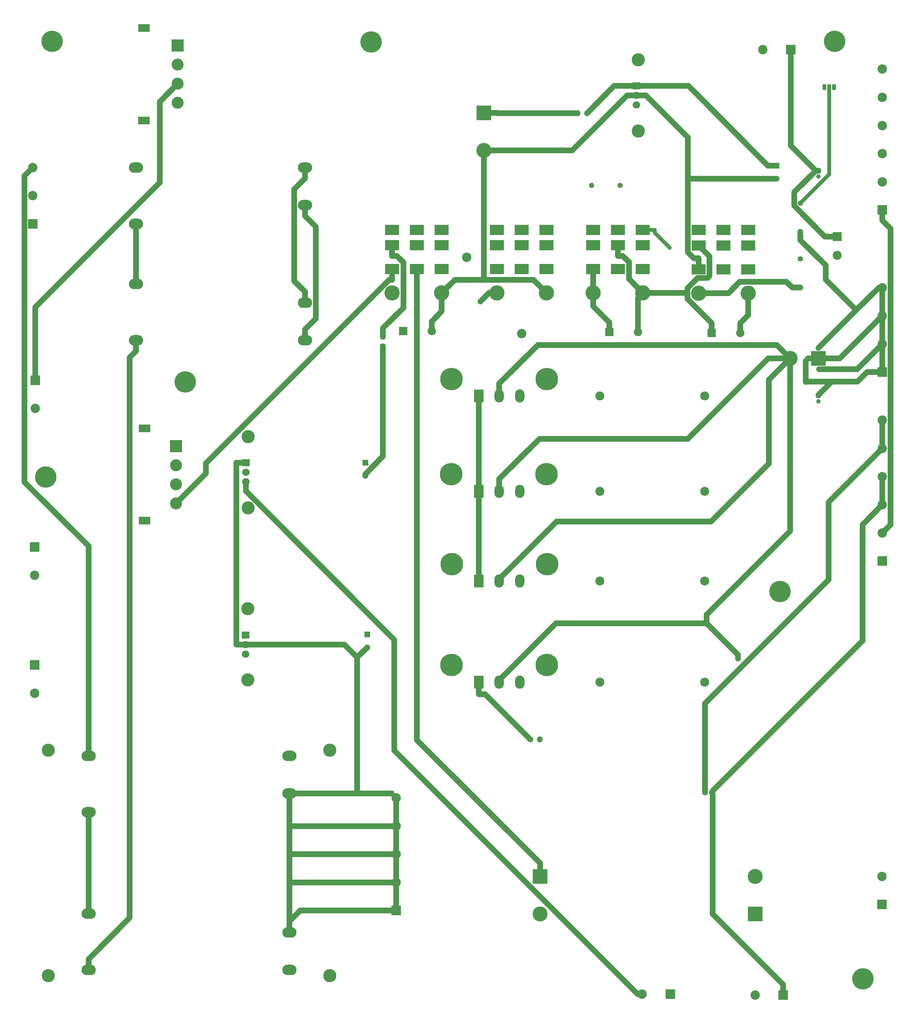
<source format=gbr>
G04 #@! TF.GenerationSoftware,KiCad,Pcbnew,(5.0.0)*
G04 #@! TF.CreationDate,2019-08-30T23:02:59+01:00*
G04 #@! TF.ProjectId,PSU,5053552E6B696361645F706362000000,rev?*
G04 #@! TF.SameCoordinates,Original*
G04 #@! TF.FileFunction,Copper,L1,Top,Signal*
G04 #@! TF.FilePolarity,Positive*
%FSLAX46Y46*%
G04 Gerber Fmt 4.6, Leading zero omitted, Abs format (unit mm)*
G04 Created by KiCad (PCBNEW (5.0.0)) date 08/30/19 23:02:59*
%MOMM*%
%LPD*%
G01*
G04 APERTURE LIST*
G04 #@! TA.AperFunction,ComponentPad*
%ADD10R,3.200000X3.200000*%
G04 #@! TD*
G04 #@! TA.AperFunction,ComponentPad*
%ADD11C,3.200000*%
G04 #@! TD*
G04 #@! TA.AperFunction,ComponentPad*
%ADD12R,3.048000X2.032000*%
G04 #@! TD*
G04 #@! TA.AperFunction,ComponentPad*
%ADD13O,3.810000X2.794000*%
G04 #@! TD*
G04 #@! TA.AperFunction,ComponentPad*
%ADD14C,3.500000*%
G04 #@! TD*
G04 #@! TA.AperFunction,ComponentPad*
%ADD15C,5.700000*%
G04 #@! TD*
G04 #@! TA.AperFunction,ComponentPad*
%ADD16C,4.064000*%
G04 #@! TD*
G04 #@! TA.AperFunction,ComponentPad*
%ADD17R,3.810000X2.794000*%
G04 #@! TD*
G04 #@! TA.AperFunction,ComponentPad*
%ADD18C,6.000000*%
G04 #@! TD*
G04 #@! TA.AperFunction,ComponentPad*
%ADD19C,4.000000*%
G04 #@! TD*
G04 #@! TA.AperFunction,ComponentPad*
%ADD20R,4.000000X4.000000*%
G04 #@! TD*
G04 #@! TA.AperFunction,ComponentPad*
%ADD21R,1.600000X1.600000*%
G04 #@! TD*
G04 #@! TA.AperFunction,ComponentPad*
%ADD22C,1.600000*%
G04 #@! TD*
G04 #@! TA.AperFunction,ComponentPad*
%ADD23R,1.200000X1.200000*%
G04 #@! TD*
G04 #@! TA.AperFunction,ComponentPad*
%ADD24C,1.200000*%
G04 #@! TD*
G04 #@! TA.AperFunction,ComponentPad*
%ADD25O,2.200000X2.200000*%
G04 #@! TD*
G04 #@! TA.AperFunction,ComponentPad*
%ADD26R,2.200000X2.200000*%
G04 #@! TD*
G04 #@! TA.AperFunction,ComponentPad*
%ADD27R,2.500000X3.500000*%
G04 #@! TD*
G04 #@! TA.AperFunction,ComponentPad*
%ADD28O,2.500000X3.500000*%
G04 #@! TD*
G04 #@! TA.AperFunction,Conductor*
%ADD29C,0.100000*%
G04 #@! TD*
G04 #@! TA.AperFunction,ComponentPad*
%ADD30C,1.050000*%
G04 #@! TD*
G04 #@! TA.AperFunction,ComponentPad*
%ADD31R,1.050000X1.500000*%
G04 #@! TD*
G04 #@! TA.AperFunction,ComponentPad*
%ADD32O,1.400000X1.400000*%
G04 #@! TD*
G04 #@! TA.AperFunction,ComponentPad*
%ADD33C,1.400000*%
G04 #@! TD*
G04 #@! TA.AperFunction,ComponentPad*
%ADD34C,2.400000*%
G04 #@! TD*
G04 #@! TA.AperFunction,ComponentPad*
%ADD35O,2.400000X2.400000*%
G04 #@! TD*
G04 #@! TA.AperFunction,ComponentPad*
%ADD36O,1.600000X1.600000*%
G04 #@! TD*
G04 #@! TA.AperFunction,ComponentPad*
%ADD37R,2.000000X1.905000*%
G04 #@! TD*
G04 #@! TA.AperFunction,ComponentPad*
%ADD38O,2.000000X1.905000*%
G04 #@! TD*
G04 #@! TA.AperFunction,ComponentPad*
%ADD39R,2.400000X2.400000*%
G04 #@! TD*
G04 #@! TA.AperFunction,ComponentPad*
%ADD40R,2.500000X2.500000*%
G04 #@! TD*
G04 #@! TA.AperFunction,ComponentPad*
%ADD41C,2.500000*%
G04 #@! TD*
G04 #@! TA.AperFunction,ViaPad*
%ADD42C,1.500000*%
G04 #@! TD*
G04 #@! TA.AperFunction,ViaPad*
%ADD43C,1.000000*%
G04 #@! TD*
G04 #@! TA.AperFunction,ViaPad*
%ADD44C,2.500000*%
G04 #@! TD*
G04 #@! TA.AperFunction,Conductor*
%ADD45C,1.500000*%
G04 #@! TD*
G04 #@! TA.AperFunction,Conductor*
%ADD46C,1.199800*%
G04 #@! TD*
G04 #@! TA.AperFunction,Conductor*
%ADD47C,1.000000*%
G04 #@! TD*
G04 APERTURE END LIST*
D10*
G04 #@! TO.P,D1,1*
G04 #@! TO.N,Net-(C1-Pad1)*
X72618600Y-141566400D03*
D11*
G04 #@! TO.P,D1,4*
G04 #@! TO.N,Net-(D1-Pad4)*
X72618600Y-146646400D03*
G04 #@! TO.P,D1,3*
G04 #@! TO.N,Net-(D1-Pad3)*
X72618600Y-151726400D03*
G04 #@! TO.P,D1,2*
G04 #@! TO.N,Net-(C2-Pad2)*
X72618600Y-156806400D03*
G04 #@! TD*
D10*
G04 #@! TO.P,D3,1*
G04 #@! TO.N,Net-(C3-Pad1)*
X73063100Y-34886900D03*
D11*
G04 #@! TO.P,D3,4*
G04 #@! TO.N,Net-(D3-Pad4)*
X73063100Y-39966900D03*
G04 #@! TO.P,D3,3*
G04 #@! TO.N,Net-(D3-Pad3)*
X73063100Y-45046900D03*
G04 #@! TO.P,D3,2*
G04 #@! TO.N,SKT2W*
X73063100Y-50126900D03*
G04 #@! TD*
D12*
G04 #@! TO.P,HS16,1*
G04 #@! TO.N,N/C*
X64239600Y-161432400D03*
G04 #@! TO.P,HS16,2*
X64239600Y-136832400D03*
G04 #@! TD*
G04 #@! TO.P,HS15,1*
G04 #@! TO.N,N/C*
X64049100Y-54879900D03*
G04 #@! TO.P,HS15,2*
X64049100Y-30279900D03*
G04 #@! TD*
D13*
G04 #@! TO.P,TR1,1*
G04 #@! TO.N,L*
X49304100Y-224012400D03*
G04 #@! TO.P,TR1,2*
G04 #@! TO.N,Net-(TR1-Pad2)*
X49304100Y-239012400D03*
G04 #@! TO.P,TR1,3*
X49304100Y-266012400D03*
G04 #@! TO.P,TR1,4*
G04 #@! TO.N,N*
X49304100Y-281012400D03*
G04 #@! TO.P,TR1,5*
G04 #@! TO.N,Net-(F2-Pad1)*
X102804100Y-281012400D03*
G04 #@! TO.P,TR1,6*
G04 #@! TO.N,0v*
X102804100Y-271012400D03*
G04 #@! TO.P,TR1,7*
X102804100Y-234012400D03*
G04 #@! TO.P,TR1,8*
G04 #@! TO.N,Net-(F1-Pad2)*
X102804100Y-224012400D03*
D14*
G04 #@! TO.P,TR1,9*
G04 #@! TO.N,N/C*
X38554100Y-222512400D03*
G04 #@! TO.P,TR1,10*
X38554100Y-282512400D03*
G04 #@! TO.P,TR1,11*
X113554100Y-282512400D03*
G04 #@! TO.P,TR1,12*
X113554100Y-222512400D03*
G04 #@! TD*
D13*
G04 #@! TO.P,TR2,8*
G04 #@! TO.N,Net-(F3-Pad2)*
X106957100Y-67374400D03*
G04 #@! TO.P,TR2,7*
G04 #@! TO.N,Net-(D3-Pad4)*
X106957100Y-77374400D03*
G04 #@! TO.P,TR2,6*
G04 #@! TO.N,Net-(F3-Pad2)*
X106957100Y-103374400D03*
G04 #@! TO.P,TR2,5*
G04 #@! TO.N,Net-(D3-Pad4)*
X106957100Y-113374400D03*
G04 #@! TO.P,TR2,4*
G04 #@! TO.N,N*
X61957100Y-113374400D03*
G04 #@! TO.P,TR2,3*
G04 #@! TO.N,Net-(TR2-Pad2)*
X61957100Y-98374400D03*
G04 #@! TO.P,TR2,2*
X61957100Y-82374400D03*
G04 #@! TO.P,TR2,1*
G04 #@! TO.N,L*
X61957100Y-67374400D03*
G04 #@! TD*
D15*
G04 #@! TO.P,H11,1*
G04 #@! TO.N,N/C*
X37884100Y-149822400D03*
G04 #@! TD*
G04 #@! TO.P,H10,1*
G04 #@! TO.N,N/C*
X233527600Y-180238400D03*
G04 #@! TD*
G04 #@! TO.P,H8,1*
G04 #@! TO.N,N/C*
X248132600Y-33807400D03*
G04 #@! TD*
G04 #@! TO.P,H2,1*
G04 #@! TO.N,N/C*
X124561600Y-33934400D03*
G04 #@! TD*
G04 #@! TO.P,H1,1*
G04 #@! TO.N,N/C*
X39598600Y-33807400D03*
G04 #@! TD*
G04 #@! TO.P,H3,1*
G04 #@! TO.N,N/C*
X75095100Y-124485400D03*
G04 #@! TD*
G04 #@! TO.P,H6,1*
G04 #@! TO.N,N/C*
X255689600Y-283362400D03*
G04 #@! TD*
D16*
G04 #@! TO.P,K1,14*
G04 #@! TO.N,SKT2X*
X225086600Y-100823200D03*
G04 #@! TO.P,K1,13*
G04 #@! TO.N,Net-(C10-Pad2)*
X211886600Y-100823200D03*
D17*
G04 #@! TO.P,K1,9*
G04 #@! TO.N,N/C*
X225086600Y-94473200D03*
G04 #@! TO.P,K1,8*
G04 #@! TO.N,Net-(K1-Pad8)*
X218486600Y-94473200D03*
G04 #@! TO.P,K1,7*
G04 #@! TO.N,SKT2W*
X211886600Y-94473200D03*
G04 #@! TO.P,K1,6*
G04 #@! TO.N,N/C*
X225086600Y-88123200D03*
G04 #@! TO.P,K1,5*
G04 #@! TO.N,SKT2U*
X218486600Y-88123200D03*
G04 #@! TO.P,K1,4*
G04 #@! TO.N,Net-(D4-Pad2)*
X211886600Y-88123200D03*
G04 #@! TO.P,K1,3*
G04 #@! TO.N,N/C*
X225086600Y-84023200D03*
G04 #@! TO.P,K1,2*
X218486600Y-84023200D03*
G04 #@! TO.P,K1,1*
X211886600Y-84023200D03*
G04 #@! TD*
D16*
G04 #@! TO.P,K2,14*
G04 #@! TO.N,Net-(D4-Pad2)*
X197007600Y-100772400D03*
G04 #@! TO.P,K2,13*
G04 #@! TO.N,Net-(C10-Pad1)*
X183807600Y-100772400D03*
D17*
G04 #@! TO.P,K2,9*
G04 #@! TO.N,Net-(K1-Pad8)*
X197007600Y-94422400D03*
G04 #@! TO.P,K2,8*
G04 #@! TO.N,SKT2Y*
X190407600Y-94422400D03*
G04 #@! TO.P,K2,7*
G04 #@! TO.N,Net-(C10-Pad1)*
X183807600Y-94422400D03*
G04 #@! TO.P,K2,6*
G04 #@! TO.N,N/C*
X197007600Y-88072400D03*
G04 #@! TO.P,K2,5*
G04 #@! TO.N,Net-(D4-Pad2)*
X190407600Y-88072400D03*
G04 #@! TO.P,K2,4*
G04 #@! TO.N,SKT2V*
X183807600Y-88072400D03*
G04 #@! TO.P,K2,3*
G04 #@! TO.N,SKT2U*
X197007600Y-83972400D03*
G04 #@! TO.P,K2,2*
G04 #@! TO.N,N/C*
X190407600Y-83972400D03*
G04 #@! TO.P,K2,1*
G04 #@! TO.N,Net-(K2-Pad1)*
X183807600Y-83972400D03*
G04 #@! TD*
D16*
G04 #@! TO.P,K4,14*
G04 #@! TO.N,SKT2W*
X171340600Y-100772400D03*
G04 #@! TO.P,K4,13*
G04 #@! TO.N,SKT2V*
X158140600Y-100772400D03*
D17*
G04 #@! TO.P,K4,9*
G04 #@! TO.N,N/C*
X171340600Y-94422400D03*
G04 #@! TO.P,K4,8*
X164740600Y-94422400D03*
G04 #@! TO.P,K4,7*
X158140600Y-94422400D03*
G04 #@! TO.P,K4,6*
X171340600Y-88072400D03*
G04 #@! TO.P,K4,5*
X164740600Y-88072400D03*
G04 #@! TO.P,K4,4*
X158140600Y-88072400D03*
G04 #@! TO.P,K4,3*
X171340600Y-83972400D03*
G04 #@! TO.P,K4,2*
X164740600Y-83972400D03*
G04 #@! TO.P,K4,1*
X158140600Y-83972400D03*
G04 #@! TD*
D16*
G04 #@! TO.P,K3,14*
G04 #@! TO.N,SKT2W*
X143413600Y-100772400D03*
G04 #@! TO.P,K3,13*
G04 #@! TO.N,SKT2V*
X130213600Y-100772400D03*
D17*
G04 #@! TO.P,K3,9*
G04 #@! TO.N,N/C*
X143413600Y-94422400D03*
G04 #@! TO.P,K3,8*
G04 #@! TO.N,Net-(C1-Pad1)*
X136813600Y-94422400D03*
G04 #@! TO.P,K3,7*
G04 #@! TO.N,Net-(C2-Pad2)*
X130213600Y-94422400D03*
G04 #@! TO.P,K3,6*
G04 #@! TO.N,N/C*
X143413600Y-88072400D03*
G04 #@! TO.P,K3,5*
G04 #@! TO.N,Net-(K3-Pad5)*
X136813600Y-88072400D03*
G04 #@! TO.P,K3,4*
G04 #@! TO.N,Net-(K3-Pad4)*
X130213600Y-88072400D03*
G04 #@! TO.P,K3,3*
G04 #@! TO.N,N/C*
X143413600Y-83972400D03*
G04 #@! TO.P,K3,2*
G04 #@! TO.N,Net-(K3-Pad2)*
X136813600Y-83972400D03*
G04 #@! TO.P,K3,1*
G04 #@! TO.N,N/C*
X130213600Y-83972400D03*
G04 #@! TD*
D14*
G04 #@! TO.P,HS3,2*
G04 #@! TO.N,N/C*
X91732100Y-203810400D03*
G04 #@! TO.P,HS3,1*
X91732100Y-184810400D03*
G04 #@! TD*
G04 #@! TO.P,HS2,2*
G04 #@! TO.N,N/C*
X91795600Y-158026400D03*
G04 #@! TO.P,HS2,1*
X91795600Y-139026400D03*
G04 #@! TD*
G04 #@! TO.P,HS1,2*
G04 #@! TO.N,N/C*
X195808600Y-57696900D03*
G04 #@! TO.P,HS1,1*
X195808600Y-38696900D03*
G04 #@! TD*
D18*
G04 #@! TO.P,HS4,1*
G04 #@! TO.N,N/C*
X146024600Y-123723400D03*
X171424600Y-123723400D03*
G04 #@! TD*
G04 #@! TO.P,HS5,1*
G04 #@! TO.N,N/C*
X171361600Y-149060400D03*
X145961600Y-149060400D03*
G04 #@! TD*
G04 #@! TO.P,HS7,1*
G04 #@! TO.N,N/C*
X171424600Y-199860400D03*
X146024600Y-199860400D03*
G04 #@! TD*
D19*
G04 #@! TO.P,C1,2*
G04 #@! TO.N,0v*
X169646600Y-266120400D03*
D20*
G04 #@! TO.P,C1,1*
G04 #@! TO.N,Net-(C1-Pad1)*
X169646600Y-256120400D03*
G04 #@! TD*
G04 #@! TO.P,C2,1*
G04 #@! TO.N,0v*
X226987600Y-266154400D03*
D19*
G04 #@! TO.P,C2,2*
G04 #@! TO.N,Net-(C2-Pad2)*
X226987600Y-256154400D03*
G04 #@! TD*
D20*
G04 #@! TO.P,C3,1*
G04 #@! TO.N,Net-(C3-Pad1)*
X154660600Y-52857400D03*
D19*
G04 #@! TO.P,C3,2*
G04 #@! TO.N,SKT2W*
X154660600Y-62857400D03*
G04 #@! TD*
D21*
G04 #@! TO.P,C4,1*
G04 #@! TO.N,Net-(C4-Pad1)*
X123545600Y-191668400D03*
D22*
G04 #@! TO.P,C4,2*
G04 #@! TO.N,0v*
X123545600Y-195168400D03*
G04 #@! TD*
G04 #@! TO.P,C5,2*
G04 #@! TO.N,Net-(C5-Pad2)*
X123101600Y-149448400D03*
D21*
G04 #@! TO.P,C5,1*
G04 #@! TO.N,0v*
X123101600Y-145948400D03*
G04 #@! TD*
G04 #@! TO.P,C6,1*
G04 #@! TO.N,Net-(C6-Pad1)*
X232638600Y-66890900D03*
D22*
G04 #@! TO.P,C6,2*
G04 #@! TO.N,SKT2W*
X232638600Y-70390900D03*
G04 #@! TD*
D23*
G04 #@! TO.P,C7,1*
G04 #@! TO.N,SKT2G*
X243814600Y-128104400D03*
D24*
G04 #@! TO.P,C7,2*
G04 #@! TO.N,0v*
X243814600Y-129604400D03*
G04 #@! TD*
G04 #@! TO.P,C8,2*
G04 #@! TO.N,SKT2L*
X215151600Y-233768400D03*
D23*
G04 #@! TO.P,C8,1*
G04 #@! TO.N,0v*
X213651600Y-233768400D03*
G04 #@! TD*
G04 #@! TO.P,C9,1*
G04 #@! TO.N,Net-(C10-Pad1)*
X243814600Y-68287900D03*
D24*
G04 #@! TO.P,C9,2*
G04 #@! TO.N,SKT2W*
X243814600Y-69787900D03*
G04 #@! TD*
D25*
G04 #@! TO.P,D4,2*
G04 #@! TO.N,Net-(D4-Pad2)*
X195681600Y-111213900D03*
D26*
G04 #@! TO.P,D4,1*
G04 #@! TO.N,Net-(C10-Pad1)*
X188061600Y-111213900D03*
G04 #@! TD*
G04 #@! TO.P,D5,1*
G04 #@! TO.N,SKT2V*
X133133600Y-110959900D03*
D25*
G04 #@! TO.P,D5,2*
G04 #@! TO.N,SKT2W*
X140753600Y-110959900D03*
G04 #@! TD*
D26*
G04 #@! TO.P,D6,1*
G04 #@! TO.N,Net-(D4-Pad2)*
X215366600Y-111404400D03*
D25*
G04 #@! TO.P,D6,2*
G04 #@! TO.N,SKT2X*
X222986600Y-111404400D03*
G04 #@! TD*
D27*
G04 #@! TO.P,Q1,1*
G04 #@! TO.N,Net-(C4-Pad1)*
X153263600Y-128168400D03*
D28*
G04 #@! TO.P,Q1,2*
G04 #@! TO.N,Net-(F4-Pad1)*
X158738600Y-128168400D03*
G04 #@! TO.P,Q1,3*
G04 #@! TO.N,Net-(Q1-Pad3)*
X164213600Y-128168400D03*
G04 #@! TD*
G04 #@! TO.P,Q2,3*
G04 #@! TO.N,Net-(Q2-Pad3)*
X164213600Y-177444400D03*
G04 #@! TO.P,Q2,2*
G04 #@! TO.N,Net-(F4-Pad1)*
X158738600Y-177444400D03*
D27*
G04 #@! TO.P,Q2,1*
G04 #@! TO.N,Net-(C4-Pad1)*
X153263600Y-177444400D03*
G04 #@! TD*
D28*
G04 #@! TO.P,Q3,3*
G04 #@! TO.N,Net-(Q3-Pad3)*
X164213600Y-204368400D03*
G04 #@! TO.P,Q3,2*
G04 #@! TO.N,Net-(F4-Pad1)*
X158738600Y-204368400D03*
D27*
G04 #@! TO.P,Q3,1*
G04 #@! TO.N,Net-(C4-Pad1)*
X153263600Y-204368400D03*
G04 #@! TD*
G04 #@! TO.P,Q4,1*
G04 #@! TO.N,Net-(C4-Pad1)*
X153263600Y-153568400D03*
D28*
G04 #@! TO.P,Q4,2*
G04 #@! TO.N,Net-(F4-Pad1)*
X158738600Y-153568400D03*
G04 #@! TO.P,Q4,3*
G04 #@! TO.N,Net-(Q4-Pad3)*
X164213600Y-153568400D03*
G04 #@! TD*
D29*
G04 #@! TO.N,Net-(K1-Pad8)*
G04 #@! TO.C,Q5*
G36*
X246972829Y-45225264D02*
X246998311Y-45229044D01*
X247023300Y-45235303D01*
X247047554Y-45243982D01*
X247070842Y-45254996D01*
X247092937Y-45268239D01*
X247113628Y-45283585D01*
X247132716Y-45300884D01*
X247150015Y-45319972D01*
X247165361Y-45340663D01*
X247178604Y-45362758D01*
X247189618Y-45386046D01*
X247198297Y-45410300D01*
X247204556Y-45435289D01*
X247208336Y-45460771D01*
X247209600Y-45486500D01*
X247209600Y-46461500D01*
X247208336Y-46487229D01*
X247204556Y-46512711D01*
X247198297Y-46537700D01*
X247189618Y-46561954D01*
X247178604Y-46585242D01*
X247165361Y-46607337D01*
X247150015Y-46628028D01*
X247132716Y-46647116D01*
X247113628Y-46664415D01*
X247092937Y-46679761D01*
X247070842Y-46693004D01*
X247047554Y-46704018D01*
X247023300Y-46712697D01*
X246998311Y-46718956D01*
X246972829Y-46722736D01*
X246947100Y-46724000D01*
X246422100Y-46724000D01*
X246396371Y-46722736D01*
X246370889Y-46718956D01*
X246345900Y-46712697D01*
X246321646Y-46704018D01*
X246298358Y-46693004D01*
X246276263Y-46679761D01*
X246255572Y-46664415D01*
X246236484Y-46647116D01*
X246219185Y-46628028D01*
X246203839Y-46607337D01*
X246190596Y-46585242D01*
X246179582Y-46561954D01*
X246170903Y-46537700D01*
X246164644Y-46512711D01*
X246160864Y-46487229D01*
X246159600Y-46461500D01*
X246159600Y-45486500D01*
X246160864Y-45460771D01*
X246164644Y-45435289D01*
X246170903Y-45410300D01*
X246179582Y-45386046D01*
X246190596Y-45362758D01*
X246203839Y-45340663D01*
X246219185Y-45319972D01*
X246236484Y-45300884D01*
X246255572Y-45283585D01*
X246276263Y-45268239D01*
X246298358Y-45254996D01*
X246321646Y-45243982D01*
X246345900Y-45235303D01*
X246370889Y-45229044D01*
X246396371Y-45225264D01*
X246422100Y-45224000D01*
X246947100Y-45224000D01*
X246972829Y-45225264D01*
X246972829Y-45225264D01*
G37*
D30*
G04 #@! TD*
G04 #@! TO.P,Q5,2*
G04 #@! TO.N,Net-(K1-Pad8)*
X246684600Y-45974000D03*
D29*
G04 #@! TO.N,SKT2U*
G04 #@! TO.C,Q5*
G36*
X245702829Y-45225264D02*
X245728311Y-45229044D01*
X245753300Y-45235303D01*
X245777554Y-45243982D01*
X245800842Y-45254996D01*
X245822937Y-45268239D01*
X245843628Y-45283585D01*
X245862716Y-45300884D01*
X245880015Y-45319972D01*
X245895361Y-45340663D01*
X245908604Y-45362758D01*
X245919618Y-45386046D01*
X245928297Y-45410300D01*
X245934556Y-45435289D01*
X245938336Y-45460771D01*
X245939600Y-45486500D01*
X245939600Y-46461500D01*
X245938336Y-46487229D01*
X245934556Y-46512711D01*
X245928297Y-46537700D01*
X245919618Y-46561954D01*
X245908604Y-46585242D01*
X245895361Y-46607337D01*
X245880015Y-46628028D01*
X245862716Y-46647116D01*
X245843628Y-46664415D01*
X245822937Y-46679761D01*
X245800842Y-46693004D01*
X245777554Y-46704018D01*
X245753300Y-46712697D01*
X245728311Y-46718956D01*
X245702829Y-46722736D01*
X245677100Y-46724000D01*
X245152100Y-46724000D01*
X245126371Y-46722736D01*
X245100889Y-46718956D01*
X245075900Y-46712697D01*
X245051646Y-46704018D01*
X245028358Y-46693004D01*
X245006263Y-46679761D01*
X244985572Y-46664415D01*
X244966484Y-46647116D01*
X244949185Y-46628028D01*
X244933839Y-46607337D01*
X244920596Y-46585242D01*
X244909582Y-46561954D01*
X244900903Y-46537700D01*
X244894644Y-46512711D01*
X244890864Y-46487229D01*
X244889600Y-46461500D01*
X244889600Y-45486500D01*
X244890864Y-45460771D01*
X244894644Y-45435289D01*
X244900903Y-45410300D01*
X244909582Y-45386046D01*
X244920596Y-45362758D01*
X244933839Y-45340663D01*
X244949185Y-45319972D01*
X244966484Y-45300884D01*
X244985572Y-45283585D01*
X245006263Y-45268239D01*
X245028358Y-45254996D01*
X245051646Y-45243982D01*
X245075900Y-45235303D01*
X245100889Y-45229044D01*
X245126371Y-45225264D01*
X245152100Y-45224000D01*
X245677100Y-45224000D01*
X245702829Y-45225264D01*
X245702829Y-45225264D01*
G37*
D30*
G04 #@! TD*
G04 #@! TO.P,Q5,1*
G04 #@! TO.N,SKT2U*
X245414600Y-45974000D03*
D31*
G04 #@! TO.P,Q5,3*
G04 #@! TO.N,SKT2T*
X247954600Y-45974000D03*
G04 #@! TD*
D32*
G04 #@! TO.P,R1,2*
G04 #@! TO.N,Net-(K3-Pad2)*
X183387600Y-72136000D03*
D33*
G04 #@! TO.P,R1,1*
G04 #@! TO.N,SKT2a_*
X191007600Y-72136000D03*
G04 #@! TD*
D34*
G04 #@! TO.P,R2,1*
G04 #@! TO.N,Net-(Q1-Pad3)*
X185521600Y-128168400D03*
D35*
G04 #@! TO.P,R2,2*
G04 #@! TO.N,Net-(K3-Pad5)*
X213461600Y-128168400D03*
G04 #@! TD*
G04 #@! TO.P,R3,2*
G04 #@! TO.N,Net-(K3-Pad5)*
X213461600Y-177444400D03*
D34*
G04 #@! TO.P,R3,1*
G04 #@! TO.N,Net-(Q2-Pad3)*
X185521600Y-177444400D03*
G04 #@! TD*
G04 #@! TO.P,R4,1*
G04 #@! TO.N,Net-(Q3-Pad3)*
X185521600Y-204368400D03*
D35*
G04 #@! TO.P,R4,2*
G04 #@! TO.N,Net-(K3-Pad5)*
X213461600Y-204368400D03*
G04 #@! TD*
G04 #@! TO.P,R5,2*
G04 #@! TO.N,Net-(K3-Pad5)*
X213461600Y-153568400D03*
D34*
G04 #@! TO.P,R5,1*
G04 #@! TO.N,Net-(Q4-Pad3)*
X185521600Y-153568400D03*
G04 #@! TD*
D36*
G04 #@! TO.P,R6,2*
G04 #@! TO.N,Net-(K3-Pad5)*
X169519600Y-219608400D03*
D22*
G04 #@! TO.P,R6,1*
G04 #@! TO.N,Net-(C4-Pad1)*
X166979600Y-219608400D03*
G04 #@! TD*
G04 #@! TO.P,R7,1*
G04 #@! TO.N,Net-(C5-Pad2)*
X127761600Y-115011200D03*
D36*
G04 #@! TO.P,R7,2*
G04 #@! TO.N,Net-(K3-Pad4)*
X127761600Y-112471200D03*
G04 #@! TD*
D22*
G04 #@! TO.P,R8,1*
G04 #@! TO.N,Net-(C6-Pad1)*
X182155600Y-52920900D03*
D36*
G04 #@! TO.P,R8,2*
G04 #@! TO.N,Net-(C3-Pad1)*
X179615600Y-52920900D03*
G04 #@! TD*
D37*
G04 #@! TO.P,U1,1*
G04 #@! TO.N,Net-(C4-Pad1)*
X91160600Y-191858400D03*
D38*
G04 #@! TO.P,U1,2*
G04 #@! TO.N,0v*
X91160600Y-194398400D03*
G04 #@! TO.P,U1,3*
G04 #@! TO.N,Net-(F4-Pad2)*
X91160600Y-196938400D03*
G04 #@! TD*
G04 #@! TO.P,U2,3*
G04 #@! TO.N,Net-(F6-Pad2)*
X91224100Y-151092400D03*
G04 #@! TO.P,U2,2*
G04 #@! TO.N,Net-(C5-Pad2)*
X91224100Y-148552400D03*
D37*
G04 #@! TO.P,U2,1*
G04 #@! TO.N,0v*
X91224100Y-146012400D03*
G04 #@! TD*
G04 #@! TO.P,U3,1*
G04 #@! TO.N,Net-(C6-Pad1)*
X195300600Y-45681900D03*
D38*
G04 #@! TO.P,U3,2*
G04 #@! TO.N,SKT2W*
X195300600Y-48221900D03*
G04 #@! TO.P,U3,3*
G04 #@! TO.N,Net-(F8-Pad2)*
X195300600Y-50761900D03*
G04 #@! TD*
D39*
G04 #@! TO.P,C10,1*
G04 #@! TO.N,Net-(C10-Pad1)*
X248767600Y-85750400D03*
D34*
G04 #@! TO.P,C10,2*
G04 #@! TO.N,Net-(C10-Pad2)*
X248767600Y-90750400D03*
G04 #@! TD*
D40*
G04 #@! TO.P,J1,1*
G04 #@! TO.N,0v*
X131317600Y-265226400D03*
D41*
G04 #@! TO.P,J1,2*
X131317600Y-257726400D03*
G04 #@! TO.P,J1,3*
X131317600Y-250226400D03*
G04 #@! TO.P,J1,4*
X131317600Y-242726400D03*
G04 #@! TO.P,J1,5*
X131317600Y-235226400D03*
G04 #@! TD*
D40*
G04 #@! TO.P,J2,1*
G04 #@! TO.N,N/C*
X34455100Y-82384900D03*
D41*
G04 #@! TO.P,J2,2*
G04 #@! TO.N,N*
X34455100Y-74884900D03*
G04 #@! TO.P,J2,3*
G04 #@! TO.N,L*
X34455100Y-67384900D03*
G04 #@! TD*
G04 #@! TO.P,J3,6*
G04 #@! TO.N,0v*
X260832600Y-134674400D03*
G04 #@! TO.P,J3,5*
X260832600Y-142174400D03*
G04 #@! TO.P,J3,4*
G04 #@! TO.N,SKT2L*
X260832600Y-149674400D03*
G04 #@! TO.P,J3,3*
X260832600Y-157174400D03*
G04 #@! TO.P,J3,2*
G04 #@! TO.N,SKT2W*
X260832600Y-164674400D03*
D40*
G04 #@! TO.P,J3,1*
G04 #@! TO.N,SKT2V*
X260832600Y-172174400D03*
G04 #@! TD*
G04 #@! TO.P,J4,1*
G04 #@! TO.N,SKT2W*
X260832600Y-78701900D03*
D41*
G04 #@! TO.P,J4,2*
G04 #@! TO.N,SKT2Y*
X260832600Y-71201900D03*
G04 #@! TO.P,J4,3*
G04 #@! TO.N,SKT2X*
X260832600Y-63701900D03*
G04 #@! TO.P,J4,4*
G04 #@! TO.N,SKT2a_*
X260832600Y-56201900D03*
G04 #@! TO.P,J4,5*
G04 #@! TO.N,SKT2U*
X260832600Y-48701900D03*
G04 #@! TO.P,J4,6*
G04 #@! TO.N,SKT2T*
X260832600Y-41201900D03*
G04 #@! TD*
D40*
G04 #@! TO.P,J5,1*
G04 #@! TO.N,SKT2G*
X260832600Y-121882400D03*
D41*
G04 #@! TO.P,J5,2*
X260832600Y-114382400D03*
G04 #@! TO.P,J5,3*
X260832600Y-106882400D03*
G04 #@! TO.P,J5,4*
X260832600Y-99382400D03*
G04 #@! TD*
D33*
G04 #@! TO.P,R9,1*
G04 #@! TO.N,Net-(K1-Pad8)*
X239013600Y-76860400D03*
D32*
G04 #@! TO.P,R9,2*
G04 #@! TO.N,SKT2G*
X239013600Y-84480400D03*
G04 #@! TD*
G04 #@! TO.P,R10,2*
G04 #@! TO.N,Net-(C10-Pad2)*
X239013600Y-99364800D03*
D33*
G04 #@! TO.P,R10,1*
G04 #@! TO.N,Net-(K2-Pad1)*
X239013600Y-91744800D03*
G04 #@! TD*
D40*
G04 #@! TO.P,F1,1*
G04 #@! TO.N,Net-(D1-Pad3)*
X34899600Y-168427400D03*
D41*
G04 #@! TO.P,F1,2*
G04 #@! TO.N,Net-(F1-Pad2)*
X34899600Y-175927400D03*
G04 #@! TD*
D40*
G04 #@! TO.P,F2,1*
G04 #@! TO.N,Net-(F2-Pad1)*
X34899600Y-199860400D03*
D41*
G04 #@! TO.P,F2,2*
G04 #@! TO.N,Net-(D1-Pad4)*
X34899600Y-207360400D03*
G04 #@! TD*
G04 #@! TO.P,F3,2*
G04 #@! TO.N,Net-(F3-Pad2)*
X35090100Y-131540400D03*
D40*
G04 #@! TO.P,F3,1*
G04 #@! TO.N,Net-(D3-Pad3)*
X35090100Y-124040400D03*
G04 #@! TD*
G04 #@! TO.P,F4,1*
G04 #@! TO.N,Net-(F4-Pad1)*
X260705600Y-263614400D03*
D41*
G04 #@! TO.P,F4,2*
G04 #@! TO.N,Net-(F4-Pad2)*
X260705600Y-256114400D03*
G04 #@! TD*
D19*
G04 #@! TO.P,F5,2*
G04 #@! TO.N,Net-(F4-Pad1)*
X236289600Y-118211400D03*
D20*
G04 #@! TO.P,F5,1*
G04 #@! TO.N,SKT2G*
X243789600Y-118211400D03*
G04 #@! TD*
D41*
G04 #@! TO.P,F6,2*
G04 #@! TO.N,Net-(F6-Pad2)*
X196817600Y-287490400D03*
D40*
G04 #@! TO.P,F6,1*
G04 #@! TO.N,Net-(F6-Pad1)*
X204317600Y-287490400D03*
G04 #@! TD*
G04 #@! TO.P,F7,1*
G04 #@! TO.N,SKT2L*
X234416600Y-287680400D03*
D41*
G04 #@! TO.P,F7,2*
G04 #@! TO.N,Net-(F6-Pad1)*
X226916600Y-287680400D03*
G04 #@! TD*
G04 #@! TO.P,F8,2*
G04 #@! TO.N,Net-(F8-Pad2)*
X228948600Y-36029900D03*
D40*
G04 #@! TO.P,F8,1*
G04 #@! TO.N,Net-(C10-Pad1)*
X236448600Y-36029900D03*
G04 #@! TD*
D18*
G04 #@! TO.P,HS6,1*
G04 #@! TO.N,N/C*
X146087600Y-172999400D03*
X171487600Y-172999400D03*
G04 #@! TD*
D42*
G04 #@! TO.N,SKT2V*
X153744800Y-103047100D03*
G04 #@! TO.N,Net-(F4-Pad1)*
X222407200Y-198123100D03*
D43*
G04 #@! TO.N,SKT2U*
X204199700Y-88780200D03*
D44*
G04 #@! TO.N,Net-(K3-Pad5)*
X164735400Y-111633000D03*
X150037800Y-91262200D03*
G04 #@! TD*
D45*
G04 #@! TO.N,Net-(C1-Pad1)*
X169646600Y-256120400D02*
X169646600Y-252620400D01*
X169646600Y-252620400D02*
X136813600Y-219787400D01*
X136813600Y-219787400D02*
X136813600Y-94422400D01*
G04 #@! TO.N,Net-(C2-Pad2)*
X130213600Y-94422400D02*
X130213600Y-97319400D01*
X130213600Y-97319400D02*
X129398800Y-97319400D01*
X129398800Y-97319400D02*
X80598500Y-146119700D01*
X80598500Y-146119700D02*
X80598500Y-148826500D01*
X80598500Y-148826500D02*
X72618600Y-156806400D01*
G04 #@! TO.N,Net-(C3-Pad1)*
X154660600Y-52857400D02*
X158160600Y-52857400D01*
X179615600Y-52920900D02*
X158224100Y-52920900D01*
X158224100Y-52920900D02*
X158160600Y-52857400D01*
G04 #@! TO.N,SKT2W*
X195300600Y-48221900D02*
X197800600Y-48221900D01*
X208992500Y-70390900D02*
X208992500Y-89948300D01*
X208992500Y-89948300D02*
X210620400Y-91576200D01*
X210620400Y-91576200D02*
X211886600Y-91576200D01*
X197800600Y-48221900D02*
X208992500Y-59413800D01*
X208992500Y-59413800D02*
X208992500Y-70390900D01*
X232638600Y-70390900D02*
X208992500Y-70390900D01*
X211886600Y-94473200D02*
X211886600Y-91576200D01*
X195300600Y-48221900D02*
X192800600Y-48221900D01*
X154660600Y-62857400D02*
X178165100Y-62857400D01*
X178165100Y-62857400D02*
X192800600Y-48221900D01*
X154660600Y-97279900D02*
X167848100Y-97279900D01*
X167848100Y-97279900D02*
X171340600Y-100772400D01*
X143413600Y-100772400D02*
X146906100Y-97279900D01*
X146906100Y-97279900D02*
X154660600Y-97279900D01*
X154660600Y-62857400D02*
X154660600Y-97279900D01*
X140753600Y-110959900D02*
X140753600Y-108359900D01*
X140753600Y-108359900D02*
X143413600Y-105699900D01*
X143413600Y-105699900D02*
X143413600Y-100772400D01*
X260832600Y-78701900D02*
X260832600Y-81451900D01*
X260832600Y-164674400D02*
X263034800Y-162472200D01*
X263034800Y-162472200D02*
X263034800Y-83654100D01*
X263034800Y-83654100D02*
X260832600Y-81451900D01*
G04 #@! TO.N,Net-(C4-Pad1)*
X153263600Y-204368400D02*
X153263600Y-207618400D01*
X153263600Y-207618400D02*
X154989600Y-207618400D01*
X154989600Y-207618400D02*
X166979600Y-219608400D01*
X153263600Y-128168400D02*
X153263600Y-153568400D01*
X153263600Y-153568400D02*
X153263600Y-177444400D01*
G04 #@! TO.N,Net-(C5-Pad2)*
X123065900Y-149000400D02*
X127761600Y-144304700D01*
X127761600Y-144304700D02*
X127761600Y-115011200D01*
G04 #@! TO.N,Net-(C6-Pad1)*
X230338600Y-66890900D02*
X209129600Y-45681900D01*
X209129600Y-45681900D02*
X195300600Y-45681900D01*
X195300600Y-45681900D02*
X189394600Y-45681900D01*
X189394600Y-45681900D02*
X182155600Y-52920900D01*
X232638600Y-66890900D02*
X230338600Y-66890900D01*
G04 #@! TO.N,SKT2G*
X239013600Y-84480400D02*
X239013600Y-86680400D01*
X239013600Y-86680400D02*
X245713000Y-93379800D01*
X245713000Y-93379800D02*
X245713000Y-97198200D01*
X245713000Y-97198200D02*
X253882900Y-105368100D01*
X253882900Y-105368100D02*
X259868600Y-99382400D01*
X243789600Y-115461600D02*
X253882900Y-105368100D01*
D46*
X243814600Y-128053900D02*
X243814600Y-128104400D01*
D45*
X247345100Y-124409400D02*
X243814600Y-127939900D01*
X243814600Y-127939900D02*
X243814600Y-128053900D01*
X247345100Y-124409400D02*
X254253600Y-124409400D01*
X254253600Y-124409400D02*
X256780600Y-121882400D01*
X256780600Y-121882400D02*
X260832600Y-121882400D01*
X240436600Y-124409400D02*
X247345100Y-124409400D01*
X240385600Y-124409400D02*
X240385600Y-124460400D01*
X240385600Y-118865400D02*
X240385600Y-124409400D01*
X240436600Y-124409400D02*
X240385600Y-124409400D01*
X259868600Y-99382400D02*
X260832600Y-99382400D01*
X243789600Y-118211400D02*
X249503600Y-118211400D01*
X249503600Y-118211400D02*
X260832600Y-106882400D01*
X243934600Y-121107400D02*
X254107600Y-121107400D01*
X254107600Y-121107400D02*
X260832600Y-114382400D01*
X260832600Y-114382400D02*
X260832600Y-121882400D01*
X260832600Y-99382400D02*
X260832600Y-106882400D01*
X260832600Y-106882400D02*
X260832600Y-114382400D01*
X243789600Y-118211400D02*
X241039600Y-118211400D01*
G04 #@! TO.N,SKT2L*
X260832600Y-157174400D02*
X255533000Y-162474000D01*
X255533000Y-162474000D02*
X255533000Y-193387000D01*
X255533000Y-193387000D02*
X215595600Y-233324400D01*
X260832600Y-149674400D02*
X260832600Y-157174400D01*
D46*
X215595600Y-233324400D02*
X215151600Y-233768400D01*
D45*
X234416600Y-287680400D02*
X234416600Y-284930400D01*
D46*
X215595600Y-234212400D02*
X215151600Y-233768400D01*
D45*
X234416600Y-284930400D02*
X215595600Y-266109400D01*
X215595600Y-266109400D02*
X215595600Y-234212400D01*
G04 #@! TO.N,Net-(C10-Pad1)*
X243089900Y-68237500D02*
X243764200Y-68237500D01*
X248767600Y-85750400D02*
X245499100Y-85750400D01*
X245499100Y-85750400D02*
X237354700Y-77606000D01*
X237354700Y-77606000D02*
X237354700Y-73972700D01*
X237354700Y-73972700D02*
X243089900Y-68237500D01*
X236448600Y-36029900D02*
X236448600Y-61596200D01*
X236448600Y-61596200D02*
X243089900Y-68237500D01*
X183807600Y-94422400D02*
X183807600Y-100772400D01*
X188061600Y-111213900D02*
X188061600Y-108613900D01*
X188061600Y-108613900D02*
X183807600Y-104359900D01*
X183807600Y-104359900D02*
X183807600Y-100772400D01*
D46*
X243764200Y-68237500D02*
X243814600Y-68287900D01*
D45*
G04 #@! TO.N,Net-(D3-Pad3)*
X35090100Y-124040400D02*
X35090100Y-104596800D01*
X35090100Y-104596800D02*
X68254000Y-71432900D01*
X68254000Y-71432900D02*
X68254000Y-49856000D01*
X68254000Y-49856000D02*
X73063100Y-45046900D01*
G04 #@! TO.N,Net-(D3-Pad4)*
X106957100Y-77374400D02*
X106957100Y-80271400D01*
X106957100Y-113374400D02*
X106957100Y-110477400D01*
X106957100Y-110477400D02*
X109827700Y-107606800D01*
X109827700Y-107606800D02*
X109827700Y-83142000D01*
X109827700Y-83142000D02*
X106957100Y-80271400D01*
G04 #@! TO.N,Net-(D4-Pad2)*
X197007600Y-100772400D02*
X193304600Y-97069400D01*
X193304600Y-97069400D02*
X193304600Y-92598900D01*
X193304600Y-92598900D02*
X191675100Y-90969400D01*
X191675100Y-90969400D02*
X190407600Y-90969400D01*
X190407600Y-88072400D02*
X190407600Y-90969400D01*
X195681600Y-111213900D02*
X195681600Y-102098400D01*
X195681600Y-102098400D02*
X197007600Y-100772400D01*
X208904200Y-100772400D02*
X208904200Y-99516100D01*
X208904200Y-99516100D02*
X211599700Y-96820600D01*
X211599700Y-96820600D02*
X214215800Y-96820600D01*
X214215800Y-96820600D02*
X214771100Y-96265300D01*
X214771100Y-96265300D02*
X214771100Y-91007700D01*
X214771100Y-91007700D02*
X211886600Y-88123200D01*
X215366600Y-108804400D02*
X208904200Y-102342000D01*
X208904200Y-102342000D02*
X208904200Y-100772400D01*
X208904200Y-100772400D02*
X197007600Y-100772400D01*
X215366600Y-111404400D02*
X215366600Y-108804400D01*
G04 #@! TO.N,SKT2V*
X158140600Y-100772400D02*
X156019500Y-100772400D01*
X156019500Y-100772400D02*
X153744800Y-103047100D01*
G04 #@! TO.N,SKT2X*
X222986600Y-111404400D02*
X222986600Y-108804400D01*
X225086600Y-100823200D02*
X225086600Y-106704400D01*
X225086600Y-106704400D02*
X222986600Y-108804400D01*
G04 #@! TO.N,Net-(F3-Pad2)*
X106957100Y-67374400D02*
X106957100Y-70271400D01*
X106957100Y-103374400D02*
X106957100Y-100477400D01*
X106957100Y-100477400D02*
X104087400Y-97607700D01*
X104087400Y-97607700D02*
X104087400Y-73141100D01*
X104087400Y-73141100D02*
X106957100Y-70271400D01*
G04 #@! TO.N,Net-(F4-Pad1)*
X213969600Y-188722400D02*
X222407200Y-197160000D01*
X222407200Y-197160000D02*
X222407200Y-198123100D01*
X213969600Y-188722400D02*
X213969600Y-186489400D01*
X213969600Y-186489400D02*
X236289600Y-164169400D01*
X236289600Y-164169400D02*
X236289600Y-118211400D01*
X158738600Y-203868400D02*
X173884600Y-188722400D01*
X173884600Y-188722400D02*
X213969600Y-188722400D01*
X158738600Y-176944400D02*
X158738600Y-177444400D01*
X158738600Y-176944400D02*
X174037600Y-161645400D01*
X174037600Y-161645400D02*
X215188600Y-161645400D01*
X215188600Y-161645400D02*
X230631600Y-146202400D01*
X230631600Y-146202400D02*
X230631600Y-123868400D01*
X230631600Y-123868400D02*
X236289600Y-118211400D01*
X158738600Y-203868400D02*
X158738600Y-204368400D01*
X158738600Y-153568400D02*
X158738600Y-150318400D01*
X158738600Y-150318400D02*
X169458600Y-139598400D01*
X169458600Y-139598400D02*
X209041600Y-139598400D01*
X209041600Y-139598400D02*
X230428600Y-118211400D01*
X230428600Y-118211400D02*
X236289600Y-118211400D01*
X158738600Y-128168400D02*
X158738600Y-124918400D01*
X158738600Y-124918400D02*
X169001600Y-114655600D01*
X169001600Y-114655600D02*
X232733600Y-114655600D01*
X232733600Y-114655600D02*
X236289600Y-118211400D01*
G04 #@! TO.N,Net-(F6-Pad2)*
X91224100Y-151092400D02*
X91224100Y-153544900D01*
X196817600Y-287490400D02*
X195647600Y-287490400D01*
X195647600Y-287490400D02*
X130805900Y-222648700D01*
X130805900Y-222648700D02*
X130805900Y-193126700D01*
X130805900Y-193126700D02*
X91224100Y-153544900D01*
G04 #@! TO.N,N*
X49304100Y-281012400D02*
X49304100Y-278115400D01*
X61957100Y-113374400D02*
X61957100Y-116271400D01*
X61957100Y-116271400D02*
X60248800Y-117979700D01*
X60248800Y-117979700D02*
X60248800Y-267170700D01*
X60248800Y-267170700D02*
X49304100Y-278115400D01*
G04 #@! TO.N,L*
X34455100Y-67384900D02*
X32254800Y-69585200D01*
X32254800Y-69585200D02*
X32254800Y-151136000D01*
X32254800Y-151136000D02*
X49304100Y-168185300D01*
X49304100Y-168185300D02*
X49304100Y-224012400D01*
D47*
G04 #@! TO.N,SKT2U*
X200162600Y-83972400D02*
X200162600Y-84743100D01*
X200162600Y-84743100D02*
X204199700Y-88780200D01*
X197007600Y-83972400D02*
X200162600Y-83972400D01*
G04 #@! TO.N,Net-(K1-Pad8)*
X239013600Y-76860400D02*
X246684600Y-69189400D01*
X246684600Y-69189400D02*
X246684600Y-45974000D01*
D45*
G04 #@! TO.N,Net-(K3-Pad4)*
X130213600Y-88072400D02*
X130213600Y-90969400D01*
X127761600Y-112471200D02*
X127761600Y-110171200D01*
X127761600Y-110171200D02*
X133197600Y-104735200D01*
X133197600Y-104735200D02*
X133197600Y-92686000D01*
X133197600Y-92686000D02*
X131481000Y-90969400D01*
X131481000Y-90969400D02*
X130213600Y-90969400D01*
G04 #@! TO.N,Net-(TR2-Pad2)*
X61957100Y-82374400D02*
X61957100Y-98374400D01*
G04 #@! TO.N,Net-(C10-Pad2)*
X239013600Y-99364800D02*
X236813600Y-99364800D01*
X236813600Y-99364800D02*
X235279000Y-97830200D01*
X235279000Y-97830200D02*
X222795000Y-97830200D01*
X222795000Y-97830200D02*
X219802000Y-100823200D01*
X219802000Y-100823200D02*
X211886600Y-100823200D01*
G04 #@! TO.N,Net-(TR1-Pad2)*
X49304100Y-266012400D02*
X49304100Y-239012400D01*
G04 #@! TO.N,0v*
X260832600Y-142174400D02*
X246486500Y-156520500D01*
X246486500Y-156520500D02*
X246486500Y-177172700D01*
X246486500Y-177172700D02*
X213601100Y-210058100D01*
X213601100Y-210058100D02*
X213601100Y-233768400D01*
D46*
X213601100Y-233768400D02*
X213651600Y-233768400D01*
D45*
X120883600Y-197830400D02*
X120883600Y-234012400D01*
X123545600Y-195168400D02*
X120883600Y-197830400D01*
X120883600Y-197830400D02*
X117451600Y-194398400D01*
X117451600Y-194398400D02*
X91160600Y-194398400D01*
X120883600Y-234012400D02*
X130103600Y-234012400D01*
X102804100Y-234012400D02*
X120883600Y-234012400D01*
X91224100Y-146012400D02*
X88724100Y-146012400D01*
X91160600Y-194398400D02*
X88660600Y-194398400D01*
X88724100Y-146012400D02*
X88724100Y-194334900D01*
X88724100Y-194334900D02*
X88660600Y-194398400D01*
X260832600Y-142174400D02*
X260832600Y-134674400D01*
X131317600Y-265226400D02*
X105692700Y-265226400D01*
X105692700Y-265226400D02*
X102804100Y-268115400D01*
X103410400Y-257726400D02*
X131317600Y-257726400D01*
X102804100Y-268115400D02*
X102804100Y-234012400D01*
X103595200Y-250226400D02*
X131317600Y-250226400D01*
X103729200Y-242726400D02*
X131317600Y-242726400D01*
X131317600Y-235226400D02*
X131317600Y-242726400D01*
X131317600Y-242726400D02*
X131317600Y-250226400D01*
X131317600Y-250226400D02*
X131317600Y-257726400D01*
X131317600Y-257726400D02*
X131317600Y-265226400D01*
X102804100Y-271012400D02*
X102804100Y-268115400D01*
G04 #@! TD*
M02*

</source>
